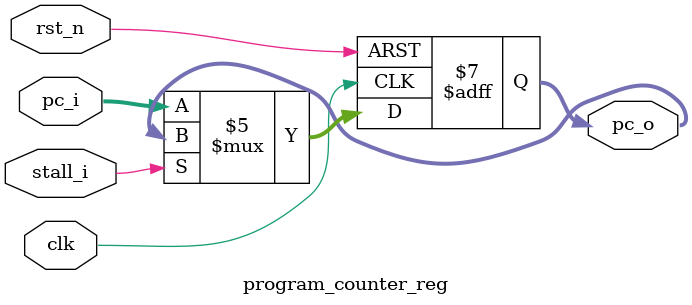
<source format=sv>

module program_counter_reg (
    input  logic        clk,
    input  logic        rst_n,     // Active Low Reset
    input  logic        stall_i,   // 1 = Freeze PC
    input  logic [31:0] pc_i,      // Next PC address
    output logic [31:0] pc_o       // Current PC address
);

    always_ff @(posedge clk or negedge rst_n) begin
        if (!rst_n) begin
            pc_o <= 32'd0;
        end else if (!stall_i) begin
            pc_o <= pc_i;
        end
        else begin
            pc_o <= pc_o; // Hold value when stalled
        end
    end

endmodule

</source>
